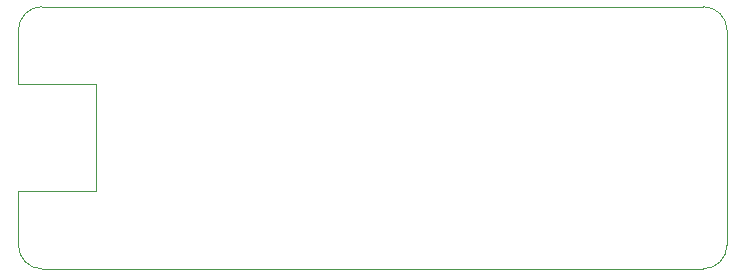
<source format=gbr>
%TF.GenerationSoftware,KiCad,Pcbnew,5.99.0-unknown-ed66c0f14d~128~ubuntu20.04.1*%
%TF.CreationDate,2021-06-03T22:12:59+01:00*%
%TF.ProjectId,nRF52840-BBoard,6e524635-3238-4343-902d-42426f617264,v2*%
%TF.SameCoordinates,Original*%
%TF.FileFunction,Profile,NP*%
%FSLAX46Y46*%
G04 Gerber Fmt 4.6, Leading zero omitted, Abs format (unit mm)*
G04 Created by KiCad (PCBNEW 5.99.0-unknown-ed66c0f14d~128~ubuntu20.04.1) date 2021-06-03 22:12:59*
%MOMM*%
%LPD*%
G01*
G04 APERTURE LIST*
%TA.AperFunction,Profile*%
%ADD10C,0.100000*%
%TD*%
G04 APERTURE END LIST*
D10*
X134900000Y-70100000D02*
G75*
G02*
X132900000Y-72100000I-2000000J0D01*
G01*
X81500000Y-56475000D02*
X81500000Y-65475000D01*
X74900000Y-56450000D02*
X81500000Y-56475000D01*
X81500000Y-65475000D02*
X74900000Y-65475000D01*
X76900000Y-49900000D02*
X132900000Y-49900000D01*
X132900000Y-72100000D02*
X76900000Y-72100000D01*
X134900000Y-51900000D02*
X134900000Y-70100000D01*
X76900000Y-49900000D02*
G75*
G03*
X74900000Y-51900000I0J-2000000D01*
G01*
X132900000Y-49900000D02*
G75*
G02*
X134900000Y-51900000I0J-2000000D01*
G01*
X74900000Y-56450000D02*
X74900000Y-51900000D01*
X74900000Y-65475000D02*
X74900000Y-70100000D01*
X74900000Y-70100000D02*
G75*
G03*
X76900000Y-72100000I2000000J0D01*
G01*
M02*

</source>
